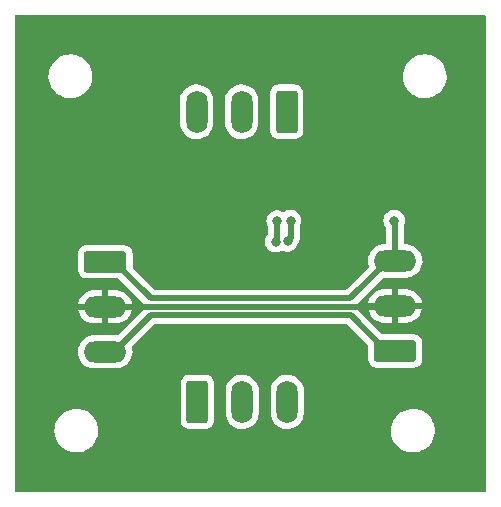
<source format=gbr>
%TF.GenerationSoftware,KiCad,Pcbnew,7.0.7*%
%TF.CreationDate,2023-09-11T13:21:53+02:00*%
%TF.ProjectId,MarklinBlock,4d61726b-6c69-46e4-926c-6f636b2e6b69,rev?*%
%TF.SameCoordinates,Original*%
%TF.FileFunction,Copper,L2,Bot*%
%TF.FilePolarity,Positive*%
%FSLAX46Y46*%
G04 Gerber Fmt 4.6, Leading zero omitted, Abs format (unit mm)*
G04 Created by KiCad (PCBNEW 7.0.7) date 2023-09-11 13:21:53*
%MOMM*%
%LPD*%
G01*
G04 APERTURE LIST*
G04 Aperture macros list*
%AMRoundRect*
0 Rectangle with rounded corners*
0 $1 Rounding radius*
0 $2 $3 $4 $5 $6 $7 $8 $9 X,Y pos of 4 corners*
0 Add a 4 corners polygon primitive as box body*
4,1,4,$2,$3,$4,$5,$6,$7,$8,$9,$2,$3,0*
0 Add four circle primitives for the rounded corners*
1,1,$1+$1,$2,$3*
1,1,$1+$1,$4,$5*
1,1,$1+$1,$6,$7*
1,1,$1+$1,$8,$9*
0 Add four rect primitives between the rounded corners*
20,1,$1+$1,$2,$3,$4,$5,0*
20,1,$1+$1,$4,$5,$6,$7,0*
20,1,$1+$1,$6,$7,$8,$9,0*
20,1,$1+$1,$8,$9,$2,$3,0*%
G04 Aperture macros list end*
%TA.AperFunction,ComponentPad*%
%ADD10RoundRect,0.250000X-1.550000X0.650000X-1.550000X-0.650000X1.550000X-0.650000X1.550000X0.650000X0*%
%TD*%
%TA.AperFunction,ComponentPad*%
%ADD11O,3.600000X1.800000*%
%TD*%
%TA.AperFunction,ComponentPad*%
%ADD12RoundRect,0.250000X1.550000X-0.650000X1.550000X0.650000X-1.550000X0.650000X-1.550000X-0.650000X0*%
%TD*%
%TA.AperFunction,ComponentPad*%
%ADD13RoundRect,0.250000X0.650000X1.550000X-0.650000X1.550000X-0.650000X-1.550000X0.650000X-1.550000X0*%
%TD*%
%TA.AperFunction,ComponentPad*%
%ADD14O,1.800000X3.600000*%
%TD*%
%TA.AperFunction,ComponentPad*%
%ADD15RoundRect,0.250000X-0.650000X-1.550000X0.650000X-1.550000X0.650000X1.550000X-0.650000X1.550000X0*%
%TD*%
%TA.AperFunction,ViaPad*%
%ADD16C,0.800000*%
%TD*%
%TA.AperFunction,Conductor*%
%ADD17C,0.500000*%
%TD*%
G04 APERTURE END LIST*
D10*
%TO.P,J4,1,Pin_1*%
%TO.N,/B*%
X128455000Y-136707000D03*
D11*
%TO.P,J4,2,Pin_2*%
%TO.N,/O*%
X128455000Y-140517000D03*
%TO.P,J4,3,Pin_3*%
%TO.N,/L*%
X128455000Y-144327000D03*
%TD*%
D12*
%TO.P,J3,1,Pin_1*%
%TO.N,/L*%
X153000000Y-144255000D03*
D11*
%TO.P,J3,2,Pin_2*%
%TO.N,/O*%
X153000000Y-140445000D03*
%TO.P,J3,3,Pin_3*%
%TO.N,/B*%
X153000000Y-136635000D03*
%TD*%
D13*
%TO.P,J2,1,Pin_1*%
%TO.N,/buffer*%
X143810000Y-124000000D03*
D14*
%TO.P,J2,2,Pin_2*%
%TO.N,/break*%
X140000000Y-124000000D03*
%TO.P,J2,3,Pin_3*%
%TO.N,/contact*%
X136190000Y-124000000D03*
%TD*%
D15*
%TO.P,J1,1,Pin_1*%
%TO.N,/green*%
X136245000Y-148567500D03*
D14*
%TO.P,J1,2,Pin_2*%
%TO.N,/red*%
X140055000Y-148567500D03*
%TO.P,J1,3,Pin_3*%
%TO.N,Net-(D3-+)*%
X143865000Y-148567500D03*
%TD*%
D16*
%TO.N,/B*%
X152908000Y-133223000D03*
%TO.N,/break*%
X142875000Y-135001000D03*
X143002000Y-133250500D03*
%TO.N,Net-(C1-Pad2)*%
X143891000Y-134949500D03*
X144145000Y-133223000D03*
%TD*%
D17*
%TO.N,/B*%
X153000000Y-133315000D02*
X152908000Y-133223000D01*
X153000000Y-136635000D02*
X153000000Y-133315000D01*
%TO.N,/break*%
X143002000Y-135001000D02*
X143002000Y-133250500D01*
%TO.N,Net-(C1-Pad2)*%
X144145000Y-133223000D02*
X144145000Y-134695500D01*
X144145000Y-134695500D02*
X143891000Y-134949500D01*
%TO.N,/L*%
X149217000Y-141217000D02*
X152255000Y-144255000D01*
X132283000Y-141217000D02*
X149217000Y-141217000D01*
X129173000Y-144327000D02*
X132283000Y-141217000D01*
X128455000Y-144327000D02*
X129173000Y-144327000D01*
X152255000Y-144255000D02*
X153000000Y-144255000D01*
%TO.N,/B*%
X152365000Y-136635000D02*
X153000000Y-136635000D01*
X149183000Y-139817000D02*
X152365000Y-136635000D01*
X129207000Y-136707000D02*
X132317000Y-139817000D01*
X128455000Y-136707000D02*
X129207000Y-136707000D01*
X132317000Y-139817000D02*
X149183000Y-139817000D01*
%TO.N,/O*%
X128455000Y-140517000D02*
X152483000Y-140517000D01*
%TD*%
%TA.AperFunction,Conductor*%
%TO.N,/O*%
G36*
X160641621Y-115820502D02*
G01*
X160688114Y-115874158D01*
X160699500Y-115926500D01*
X160699500Y-156073500D01*
X160679498Y-156141621D01*
X160625842Y-156188114D01*
X160573500Y-156199500D01*
X120926500Y-156199500D01*
X120858379Y-156179498D01*
X120811886Y-156125842D01*
X120800500Y-156073500D01*
X120800500Y-151067765D01*
X124145788Y-151067765D01*
X124175412Y-151337014D01*
X124243928Y-151599090D01*
X124349869Y-151848389D01*
X124349870Y-151848390D01*
X124490982Y-152079610D01*
X124664255Y-152287820D01*
X124865998Y-152468582D01*
X125091910Y-152618044D01*
X125337176Y-152733020D01*
X125596569Y-152811060D01*
X125596572Y-152811060D01*
X125596574Y-152811061D01*
X125864557Y-152850500D01*
X125864561Y-152850500D01*
X126067633Y-152850500D01*
X126102363Y-152847957D01*
X126270156Y-152835677D01*
X126270160Y-152835676D01*
X126270161Y-152835676D01*
X126380665Y-152811060D01*
X126534553Y-152776780D01*
X126787558Y-152680014D01*
X127023777Y-152547441D01*
X127238177Y-152381888D01*
X127426186Y-152186881D01*
X127583799Y-151966579D01*
X127707656Y-151725675D01*
X127795118Y-151469305D01*
X127844319Y-151202933D01*
X127849259Y-151067765D01*
X152645788Y-151067765D01*
X152675412Y-151337014D01*
X152743928Y-151599090D01*
X152849869Y-151848389D01*
X152849870Y-151848390D01*
X152990982Y-152079610D01*
X153164255Y-152287820D01*
X153365998Y-152468582D01*
X153591910Y-152618044D01*
X153837176Y-152733020D01*
X154096569Y-152811060D01*
X154096572Y-152811060D01*
X154096574Y-152811061D01*
X154364557Y-152850500D01*
X154364561Y-152850500D01*
X154567633Y-152850500D01*
X154602363Y-152847957D01*
X154770156Y-152835677D01*
X154770160Y-152835676D01*
X154770161Y-152835676D01*
X154880665Y-152811060D01*
X155034553Y-152776780D01*
X155287558Y-152680014D01*
X155523777Y-152547441D01*
X155738177Y-152381888D01*
X155926186Y-152186881D01*
X156083799Y-151966579D01*
X156207656Y-151725675D01*
X156295118Y-151469305D01*
X156344319Y-151202933D01*
X156354212Y-150932235D01*
X156331931Y-150729733D01*
X156324587Y-150662985D01*
X156267760Y-150445619D01*
X156256072Y-150400912D01*
X156236796Y-150355553D01*
X156150130Y-150151610D01*
X156087972Y-150049761D01*
X156009018Y-149920390D01*
X155835745Y-149712180D01*
X155835741Y-149712177D01*
X155835740Y-149712175D01*
X155634012Y-149531427D01*
X155634002Y-149531418D01*
X155408090Y-149381956D01*
X155162824Y-149266980D01*
X155005392Y-149219615D01*
X154903425Y-149188938D01*
X154635442Y-149149500D01*
X154635439Y-149149500D01*
X154432369Y-149149500D01*
X154432367Y-149149500D01*
X154229839Y-149164323D01*
X154229838Y-149164323D01*
X153965456Y-149223217D01*
X153965441Y-149223222D01*
X153712441Y-149319986D01*
X153476229Y-149452555D01*
X153476225Y-149452557D01*
X153261818Y-149618116D01*
X153073815Y-149813117D01*
X153073810Y-149813123D01*
X152916203Y-150033417D01*
X152916196Y-150033427D01*
X152792343Y-150274324D01*
X152792342Y-150274327D01*
X152704883Y-150530689D01*
X152704880Y-150530702D01*
X152655681Y-150797058D01*
X152655680Y-150797069D01*
X152645788Y-151067765D01*
X127849259Y-151067765D01*
X127854212Y-150932235D01*
X127831931Y-150729733D01*
X127824587Y-150662985D01*
X127767760Y-150445619D01*
X127756072Y-150400912D01*
X127736796Y-150355553D01*
X127657114Y-150168044D01*
X134836500Y-150168044D01*
X134847112Y-150271925D01*
X134902885Y-150440238D01*
X134995970Y-150591152D01*
X134995975Y-150591158D01*
X135121341Y-150716524D01*
X135121347Y-150716529D01*
X135121348Y-150716530D01*
X135272262Y-150809615D01*
X135440574Y-150865387D01*
X135544455Y-150876000D01*
X136945544Y-150875999D01*
X137049426Y-150865387D01*
X137217738Y-150809615D01*
X137368652Y-150716530D01*
X137494030Y-150591152D01*
X137587115Y-150440238D01*
X137642887Y-150271926D01*
X137653500Y-150168045D01*
X137653500Y-149527327D01*
X138646500Y-149527327D01*
X138661741Y-149706398D01*
X138661742Y-149706404D01*
X138722153Y-149938417D01*
X138722155Y-149938423D01*
X138722156Y-149938424D01*
X138820914Y-150156902D01*
X138955175Y-150355547D01*
X138955177Y-150355549D01*
X138955180Y-150355553D01*
X139121072Y-150528641D01*
X139121075Y-150528644D01*
X139313843Y-150671215D01*
X139527933Y-150779157D01*
X139757185Y-150849364D01*
X139995005Y-150879818D01*
X140234551Y-150869643D01*
X140468932Y-150819130D01*
X140691404Y-150729733D01*
X140895569Y-150604024D01*
X141075551Y-150445619D01*
X141213863Y-150274324D01*
X141226172Y-150259080D01*
X141226172Y-150259079D01*
X141226175Y-150259076D01*
X141343105Y-150049760D01*
X141422980Y-149823694D01*
X141463500Y-149587381D01*
X141463500Y-149527327D01*
X142456500Y-149527327D01*
X142471741Y-149706398D01*
X142471742Y-149706404D01*
X142532153Y-149938417D01*
X142532155Y-149938423D01*
X142532156Y-149938424D01*
X142630914Y-150156902D01*
X142765175Y-150355547D01*
X142765177Y-150355549D01*
X142765180Y-150355553D01*
X142931072Y-150528641D01*
X142931075Y-150528644D01*
X143123843Y-150671215D01*
X143337933Y-150779157D01*
X143567185Y-150849364D01*
X143805005Y-150879818D01*
X144044551Y-150869643D01*
X144278932Y-150819130D01*
X144501404Y-150729733D01*
X144705569Y-150604024D01*
X144885551Y-150445619D01*
X145023863Y-150274324D01*
X145036172Y-150259080D01*
X145036172Y-150259079D01*
X145036175Y-150259076D01*
X145153105Y-150049760D01*
X145232980Y-149823694D01*
X145273500Y-149587381D01*
X145273500Y-147607673D01*
X145258259Y-147428602D01*
X145240838Y-147361699D01*
X145197846Y-147196582D01*
X145197844Y-147196579D01*
X145197844Y-147196576D01*
X145099086Y-146978098D01*
X144964825Y-146779453D01*
X144964821Y-146779449D01*
X144964819Y-146779446D01*
X144798927Y-146606358D01*
X144798926Y-146606357D01*
X144798925Y-146606356D01*
X144606157Y-146463785D01*
X144606156Y-146463784D01*
X144606154Y-146463783D01*
X144516280Y-146418470D01*
X144392067Y-146355843D01*
X144392060Y-146355840D01*
X144392056Y-146355839D01*
X144162815Y-146285636D01*
X144162815Y-146285635D01*
X143924995Y-146255182D01*
X143924991Y-146255182D01*
X143924983Y-146255181D01*
X143685448Y-146265356D01*
X143451065Y-146315870D01*
X143228594Y-146405268D01*
X143024425Y-146530980D01*
X143024423Y-146530982D01*
X142844453Y-146689376D01*
X142844445Y-146689385D01*
X142693827Y-146875919D01*
X142693823Y-146875926D01*
X142576895Y-147085238D01*
X142576895Y-147085239D01*
X142497021Y-147311300D01*
X142456500Y-147547621D01*
X142456500Y-149527327D01*
X141463500Y-149527327D01*
X141463500Y-147607673D01*
X141448259Y-147428602D01*
X141430838Y-147361699D01*
X141387846Y-147196582D01*
X141387844Y-147196579D01*
X141387844Y-147196576D01*
X141289086Y-146978098D01*
X141154825Y-146779453D01*
X141154821Y-146779449D01*
X141154819Y-146779446D01*
X140988927Y-146606358D01*
X140988926Y-146606357D01*
X140988925Y-146606356D01*
X140796157Y-146463785D01*
X140796156Y-146463784D01*
X140796154Y-146463783D01*
X140706280Y-146418470D01*
X140582067Y-146355843D01*
X140582060Y-146355840D01*
X140582056Y-146355839D01*
X140352815Y-146285636D01*
X140352815Y-146285635D01*
X140114995Y-146255182D01*
X140114991Y-146255182D01*
X140114983Y-146255181D01*
X139875448Y-146265356D01*
X139641065Y-146315870D01*
X139418594Y-146405268D01*
X139214425Y-146530980D01*
X139214423Y-146530982D01*
X139034453Y-146689376D01*
X139034445Y-146689385D01*
X138883827Y-146875919D01*
X138883823Y-146875926D01*
X138766895Y-147085238D01*
X138766895Y-147085239D01*
X138687021Y-147311300D01*
X138646500Y-147547621D01*
X138646500Y-149527327D01*
X137653500Y-149527327D01*
X137653499Y-146966956D01*
X137642887Y-146863074D01*
X137587115Y-146694762D01*
X137494030Y-146543848D01*
X137494029Y-146543847D01*
X137494024Y-146543841D01*
X137368658Y-146418475D01*
X137368652Y-146418470D01*
X137347247Y-146405267D01*
X137217738Y-146325385D01*
X137133581Y-146297499D01*
X137049427Y-146269613D01*
X137049420Y-146269612D01*
X136945553Y-146259000D01*
X135544455Y-146259000D01*
X135440574Y-146269612D01*
X135272261Y-146325385D01*
X135121347Y-146418470D01*
X135121341Y-146418475D01*
X134995975Y-146543841D01*
X134995970Y-146543847D01*
X134902885Y-146694762D01*
X134847113Y-146863072D01*
X134847112Y-146863079D01*
X134836500Y-146966946D01*
X134836500Y-150168044D01*
X127657114Y-150168044D01*
X127650130Y-150151610D01*
X127587972Y-150049761D01*
X127509018Y-149920390D01*
X127335745Y-149712180D01*
X127335741Y-149712177D01*
X127335740Y-149712175D01*
X127134012Y-149531427D01*
X127134002Y-149531418D01*
X126908090Y-149381956D01*
X126662824Y-149266980D01*
X126505392Y-149219615D01*
X126403425Y-149188938D01*
X126135442Y-149149500D01*
X126135439Y-149149500D01*
X125932369Y-149149500D01*
X125932367Y-149149500D01*
X125729839Y-149164323D01*
X125729838Y-149164323D01*
X125465456Y-149223217D01*
X125465441Y-149223222D01*
X125212441Y-149319986D01*
X124976229Y-149452555D01*
X124976225Y-149452557D01*
X124761818Y-149618116D01*
X124573815Y-149813117D01*
X124573810Y-149813123D01*
X124416203Y-150033417D01*
X124416196Y-150033427D01*
X124292343Y-150274324D01*
X124292342Y-150274327D01*
X124204883Y-150530689D01*
X124204880Y-150530702D01*
X124155681Y-150797058D01*
X124155680Y-150797069D01*
X124145788Y-151067765D01*
X120800500Y-151067765D01*
X120800500Y-144267014D01*
X126142681Y-144267014D01*
X126152856Y-144506551D01*
X126203370Y-144740934D01*
X126254621Y-144868476D01*
X126292767Y-144963404D01*
X126418476Y-145167569D01*
X126418479Y-145167572D01*
X126418480Y-145167574D01*
X126418482Y-145167576D01*
X126576876Y-145347546D01*
X126576878Y-145347548D01*
X126576881Y-145347551D01*
X126576885Y-145347554D01*
X126763419Y-145498172D01*
X126763423Y-145498174D01*
X126763424Y-145498175D01*
X126972740Y-145615105D01*
X127198806Y-145694980D01*
X127435119Y-145735500D01*
X127435122Y-145735500D01*
X129414827Y-145735500D01*
X129593898Y-145720259D01*
X129759021Y-145677264D01*
X129825917Y-145659846D01*
X129825917Y-145659845D01*
X129825924Y-145659844D01*
X130044402Y-145561086D01*
X130243047Y-145426825D01*
X130416144Y-145260925D01*
X130558715Y-145068157D01*
X130666657Y-144854067D01*
X130736864Y-144624815D01*
X130767318Y-144386995D01*
X130762221Y-144267005D01*
X130757143Y-144147448D01*
X130731655Y-144029185D01*
X130712754Y-143941484D01*
X130717955Y-143870684D01*
X130746827Y-143825852D01*
X132560278Y-142012402D01*
X132622588Y-141978379D01*
X132649371Y-141975500D01*
X148850629Y-141975500D01*
X148918750Y-141995502D01*
X148939724Y-142012405D01*
X150654595Y-143727276D01*
X150688621Y-143789588D01*
X150691500Y-143816371D01*
X150691500Y-144955544D01*
X150702112Y-145059425D01*
X150757885Y-145227738D01*
X150850970Y-145378652D01*
X150850975Y-145378658D01*
X150976341Y-145504024D01*
X150976347Y-145504029D01*
X150976348Y-145504030D01*
X151127262Y-145597115D01*
X151295574Y-145652887D01*
X151399455Y-145663500D01*
X154600544Y-145663499D01*
X154704426Y-145652887D01*
X154872738Y-145597115D01*
X155023652Y-145504030D01*
X155149030Y-145378652D01*
X155242115Y-145227738D01*
X155297887Y-145059426D01*
X155308500Y-144955545D01*
X155308499Y-143554456D01*
X155297887Y-143450574D01*
X155242115Y-143282262D01*
X155149030Y-143131348D01*
X155149029Y-143131347D01*
X155149024Y-143131341D01*
X155023658Y-143005975D01*
X155023652Y-143005970D01*
X155023652Y-143005969D01*
X154872738Y-142912885D01*
X154778309Y-142881595D01*
X154704427Y-142857113D01*
X154704420Y-142857112D01*
X154600553Y-142846500D01*
X154600545Y-142846500D01*
X151971371Y-142846500D01*
X151903250Y-142826498D01*
X151882276Y-142809595D01*
X149798908Y-140726227D01*
X149786936Y-140712375D01*
X149776979Y-140699000D01*
X149772469Y-140692942D01*
X149767154Y-140688482D01*
X149732024Y-140659003D01*
X149727970Y-140655289D01*
X149722107Y-140649425D01*
X149696103Y-140628863D01*
X149688484Y-140622470D01*
X149664421Y-140602279D01*
X149625096Y-140543171D01*
X149623969Y-140472183D01*
X149661400Y-140411855D01*
X149670153Y-140405122D01*
X149673865Y-140402006D01*
X149673874Y-140402001D01*
X149727163Y-140345517D01*
X149881680Y-140191000D01*
X150713028Y-140191000D01*
X152284587Y-140191000D01*
X152352708Y-140211002D01*
X152399201Y-140264658D01*
X152409509Y-140333446D01*
X152394823Y-140444998D01*
X152394823Y-140445001D01*
X152409509Y-140556554D01*
X152398570Y-140626703D01*
X152351441Y-140679801D01*
X152284587Y-140699000D01*
X150714413Y-140699000D01*
X150748850Y-140858789D01*
X150838214Y-141081177D01*
X150963882Y-141285274D01*
X151122223Y-141465186D01*
X151308704Y-141615758D01*
X151517947Y-141732649D01*
X151743924Y-141812493D01*
X151980166Y-141853000D01*
X152746000Y-141853000D01*
X152746000Y-141160412D01*
X152766002Y-141092291D01*
X152819658Y-141045798D01*
X152888444Y-141035490D01*
X152960677Y-141045000D01*
X152960684Y-141045000D01*
X153039316Y-141045000D01*
X153039323Y-141045000D01*
X153111555Y-141035490D01*
X153181702Y-141046429D01*
X153234801Y-141093557D01*
X153254000Y-141160412D01*
X153254000Y-141853000D01*
X153959815Y-141853000D01*
X154138809Y-141837765D01*
X154138822Y-141837763D01*
X154370750Y-141777374D01*
X154589155Y-141678648D01*
X154589157Y-141678647D01*
X154787730Y-141544435D01*
X154787731Y-141544434D01*
X154960770Y-141378591D01*
X155103287Y-141185894D01*
X155211193Y-140971876D01*
X155211195Y-140971870D01*
X155281374Y-140742709D01*
X155286972Y-140699000D01*
X153715413Y-140699000D01*
X153647292Y-140678998D01*
X153600799Y-140625342D01*
X153590491Y-140556554D01*
X153605177Y-140445001D01*
X153605177Y-140444998D01*
X153590491Y-140333446D01*
X153601430Y-140263297D01*
X153648559Y-140210199D01*
X153715413Y-140191000D01*
X155285587Y-140191000D01*
X155251149Y-140031210D01*
X155161785Y-139808822D01*
X155036117Y-139604725D01*
X154877776Y-139424813D01*
X154691295Y-139274241D01*
X154482052Y-139157350D01*
X154256075Y-139077506D01*
X154019834Y-139037000D01*
X153254000Y-139037000D01*
X153254000Y-139729587D01*
X153233998Y-139797708D01*
X153180342Y-139844201D01*
X153111555Y-139854509D01*
X153039327Y-139845000D01*
X153039323Y-139845000D01*
X152960677Y-139845000D01*
X152960672Y-139845000D01*
X152888445Y-139854509D01*
X152818296Y-139843569D01*
X152765198Y-139796441D01*
X152746000Y-139729587D01*
X152746000Y-139037000D01*
X152040185Y-139037000D01*
X151861190Y-139052234D01*
X151861177Y-139052236D01*
X151629249Y-139112625D01*
X151410844Y-139211351D01*
X151410842Y-139211352D01*
X151212269Y-139345564D01*
X151212268Y-139345565D01*
X151039229Y-139511408D01*
X150896712Y-139704105D01*
X150788806Y-139918123D01*
X150788804Y-139918129D01*
X150718625Y-140147290D01*
X150713028Y-140191000D01*
X149881680Y-140191000D01*
X150843330Y-139229350D01*
X151992276Y-138080405D01*
X152054588Y-138046379D01*
X152081371Y-138043500D01*
X153959827Y-138043500D01*
X154138898Y-138028259D01*
X154304021Y-137985264D01*
X154370917Y-137967846D01*
X154370917Y-137967845D01*
X154370924Y-137967844D01*
X154589402Y-137869086D01*
X154788047Y-137734825D01*
X154961144Y-137568925D01*
X155103715Y-137376157D01*
X155211657Y-137162067D01*
X155281864Y-136932815D01*
X155312318Y-136694995D01*
X155307221Y-136575005D01*
X155302143Y-136455448D01*
X155251629Y-136221065D01*
X155206168Y-136107932D01*
X155162233Y-135998596D01*
X155036524Y-135794431D01*
X155019117Y-135774653D01*
X154878123Y-135614453D01*
X154878114Y-135614445D01*
X154691580Y-135463827D01*
X154691573Y-135463823D01*
X154482260Y-135346895D01*
X154256199Y-135267021D01*
X154256194Y-135267020D01*
X154019881Y-135226500D01*
X154019878Y-135226500D01*
X153884500Y-135226500D01*
X153816379Y-135206498D01*
X153769886Y-135152842D01*
X153758500Y-135100500D01*
X153758500Y-133565353D01*
X153764667Y-133526416D01*
X153801542Y-133412928D01*
X153821504Y-133223000D01*
X153801542Y-133033072D01*
X153742527Y-132851444D01*
X153647040Y-132686056D01*
X153647038Y-132686054D01*
X153647034Y-132686048D01*
X153519255Y-132544135D01*
X153364752Y-132431882D01*
X153190288Y-132354206D01*
X153003487Y-132314500D01*
X152812513Y-132314500D01*
X152625711Y-132354206D01*
X152451247Y-132431882D01*
X152296744Y-132544135D01*
X152168965Y-132686048D01*
X152168958Y-132686058D01*
X152073476Y-132851438D01*
X152073473Y-132851445D01*
X152014457Y-133033072D01*
X151994496Y-133223000D01*
X152014457Y-133412927D01*
X152023393Y-133440427D01*
X152073473Y-133594556D01*
X152073476Y-133594561D01*
X152168958Y-133759942D01*
X152168960Y-133759944D01*
X152209136Y-133804563D01*
X152239853Y-133868570D01*
X152241500Y-133888874D01*
X152241500Y-135100500D01*
X152221498Y-135168621D01*
X152167842Y-135215114D01*
X152115500Y-135226500D01*
X152040173Y-135226500D01*
X151861101Y-135241741D01*
X151861095Y-135241742D01*
X151629082Y-135302153D01*
X151410603Y-135400911D01*
X151410597Y-135400914D01*
X151211954Y-135535174D01*
X151211946Y-135535180D01*
X151038858Y-135701071D01*
X151038858Y-135701072D01*
X150896283Y-135893845D01*
X150824323Y-136036569D01*
X150788343Y-136107933D01*
X150788341Y-136107936D01*
X150788339Y-136107943D01*
X150718136Y-136337184D01*
X150687681Y-136575014D01*
X150697856Y-136814551D01*
X150748370Y-137048934D01*
X150754607Y-137064453D01*
X150761447Y-137135119D01*
X150728996Y-137198266D01*
X150726789Y-137200529D01*
X148905722Y-139021596D01*
X148843412Y-139055620D01*
X148816629Y-139058500D01*
X132683371Y-139058500D01*
X132615250Y-139038498D01*
X132594276Y-139021595D01*
X130800404Y-137227723D01*
X130766378Y-137165411D01*
X130763499Y-137138628D01*
X130763499Y-136006455D01*
X130752887Y-135902574D01*
X130724960Y-135818294D01*
X130697115Y-135734262D01*
X130604030Y-135583348D01*
X130604029Y-135583347D01*
X130604024Y-135583341D01*
X130478658Y-135457975D01*
X130478652Y-135457970D01*
X130327738Y-135364885D01*
X130243581Y-135336998D01*
X130159427Y-135309113D01*
X130159420Y-135309112D01*
X130055553Y-135298500D01*
X126854455Y-135298500D01*
X126750574Y-135309112D01*
X126582261Y-135364885D01*
X126431347Y-135457970D01*
X126431341Y-135457975D01*
X126305975Y-135583341D01*
X126305970Y-135583347D01*
X126212885Y-135734262D01*
X126157113Y-135902572D01*
X126157112Y-135902579D01*
X126146500Y-136006446D01*
X126146500Y-137407544D01*
X126157112Y-137511425D01*
X126212885Y-137679738D01*
X126305970Y-137830652D01*
X126305975Y-137830658D01*
X126431341Y-137956024D01*
X126431347Y-137956029D01*
X126431348Y-137956030D01*
X126582262Y-138049115D01*
X126750574Y-138104887D01*
X126854455Y-138115500D01*
X129490628Y-138115499D01*
X129558749Y-138135501D01*
X129579723Y-138152404D01*
X131735092Y-140307773D01*
X131747065Y-140321627D01*
X131761530Y-140341057D01*
X131801975Y-140374994D01*
X131806021Y-140378702D01*
X131811899Y-140384580D01*
X131835447Y-140403200D01*
X131876475Y-140461141D01*
X131879665Y-140532065D01*
X131844004Y-140593456D01*
X131823450Y-140609272D01*
X131809346Y-140617972D01*
X131803592Y-140622522D01*
X131803551Y-140622470D01*
X131797704Y-140627233D01*
X131797746Y-140627283D01*
X131792128Y-140631996D01*
X131738836Y-140688482D01*
X129545723Y-142881595D01*
X129483411Y-142915620D01*
X129456628Y-142918500D01*
X127495173Y-142918500D01*
X127316101Y-142933741D01*
X127316095Y-142933742D01*
X127084082Y-142994153D01*
X126865603Y-143092911D01*
X126865597Y-143092914D01*
X126666954Y-143227174D01*
X126666946Y-143227180D01*
X126493858Y-143393071D01*
X126493858Y-143393072D01*
X126351283Y-143585845D01*
X126279976Y-143727276D01*
X126243343Y-143799933D01*
X126243341Y-143799936D01*
X126243339Y-143799943D01*
X126173136Y-144029184D01*
X126142681Y-144267014D01*
X120800500Y-144267014D01*
X120800500Y-140263000D01*
X126168028Y-140263000D01*
X127739587Y-140263000D01*
X127807708Y-140283002D01*
X127854201Y-140336658D01*
X127864509Y-140405446D01*
X127849823Y-140516998D01*
X127849823Y-140517001D01*
X127864509Y-140628554D01*
X127853570Y-140698703D01*
X127806441Y-140751801D01*
X127739587Y-140771000D01*
X126169413Y-140771000D01*
X126203850Y-140930789D01*
X126293214Y-141153177D01*
X126418882Y-141357274D01*
X126577223Y-141537186D01*
X126763704Y-141687758D01*
X126972947Y-141804649D01*
X127198924Y-141884493D01*
X127435166Y-141925000D01*
X128201000Y-141925000D01*
X128200999Y-141232412D01*
X128221001Y-141164291D01*
X128274657Y-141117798D01*
X128343444Y-141107490D01*
X128415677Y-141117000D01*
X128415684Y-141117000D01*
X128494316Y-141117000D01*
X128494323Y-141117000D01*
X128566555Y-141107490D01*
X128636702Y-141118429D01*
X128689801Y-141165557D01*
X128709000Y-141232412D01*
X128709000Y-141925000D01*
X129414815Y-141925000D01*
X129593809Y-141909765D01*
X129593822Y-141909763D01*
X129825750Y-141849374D01*
X130044155Y-141750648D01*
X130044157Y-141750647D01*
X130242730Y-141616435D01*
X130242731Y-141616434D01*
X130415770Y-141450591D01*
X130558287Y-141257894D01*
X130666193Y-141043876D01*
X130666195Y-141043870D01*
X130736374Y-140814709D01*
X130741972Y-140771000D01*
X129170413Y-140771000D01*
X129102292Y-140750998D01*
X129055799Y-140697342D01*
X129045491Y-140628554D01*
X129060177Y-140517001D01*
X129060177Y-140516998D01*
X129045491Y-140405446D01*
X129056430Y-140335297D01*
X129103559Y-140282199D01*
X129170413Y-140263000D01*
X130740587Y-140263000D01*
X130706149Y-140103210D01*
X130616785Y-139880822D01*
X130491117Y-139676725D01*
X130332776Y-139496813D01*
X130146295Y-139346241D01*
X129937052Y-139229350D01*
X129711075Y-139149506D01*
X129474834Y-139109000D01*
X128709000Y-139109000D01*
X128709000Y-139801587D01*
X128688998Y-139869708D01*
X128635342Y-139916201D01*
X128566555Y-139926509D01*
X128494327Y-139917000D01*
X128494323Y-139917000D01*
X128415677Y-139917000D01*
X128415672Y-139917000D01*
X128343444Y-139926509D01*
X128273295Y-139915569D01*
X128220197Y-139868440D01*
X128200999Y-139801587D01*
X128201000Y-139109000D01*
X127495185Y-139109000D01*
X127316190Y-139124234D01*
X127316177Y-139124236D01*
X127084249Y-139184625D01*
X126865844Y-139283351D01*
X126865842Y-139283352D01*
X126667269Y-139417564D01*
X126667268Y-139417565D01*
X126494229Y-139583408D01*
X126351712Y-139776105D01*
X126243806Y-139990123D01*
X126243804Y-139990129D01*
X126173625Y-140219290D01*
X126168028Y-140263000D01*
X120800500Y-140263000D01*
X120800500Y-135000999D01*
X141961496Y-135000999D01*
X141981457Y-135190927D01*
X142006182Y-135267020D01*
X142040473Y-135372556D01*
X142040476Y-135372561D01*
X142135958Y-135537941D01*
X142135965Y-135537951D01*
X142263744Y-135679864D01*
X142324999Y-135724368D01*
X142418248Y-135792118D01*
X142592712Y-135869794D01*
X142779513Y-135909500D01*
X142970487Y-135909500D01*
X143157288Y-135869794D01*
X143331752Y-135792118D01*
X143355790Y-135774652D01*
X143422656Y-135750792D01*
X143481102Y-135761478D01*
X143608712Y-135818294D01*
X143795513Y-135858000D01*
X143986487Y-135858000D01*
X144173288Y-135818294D01*
X144347752Y-135740618D01*
X144502253Y-135628366D01*
X144502255Y-135628364D01*
X144630034Y-135486451D01*
X144630035Y-135486449D01*
X144630040Y-135486444D01*
X144725527Y-135321056D01*
X144784542Y-135139428D01*
X144785141Y-135133725D01*
X144796254Y-135093644D01*
X144827773Y-135026052D01*
X144862609Y-134956688D01*
X144862610Y-134956681D01*
X144865119Y-134949791D01*
X144865183Y-134949814D01*
X144867658Y-134942693D01*
X144867593Y-134942672D01*
X144869898Y-134935713D01*
X144869902Y-134935706D01*
X144885599Y-134859681D01*
X144903500Y-134784156D01*
X144904352Y-134776868D01*
X144904418Y-134776875D01*
X144905184Y-134769377D01*
X144905118Y-134769372D01*
X144905756Y-134762065D01*
X144905758Y-134762058D01*
X144903500Y-134684454D01*
X144903500Y-133759998D01*
X144920380Y-133697000D01*
X144979527Y-133594556D01*
X145038542Y-133412928D01*
X145058504Y-133223000D01*
X145038542Y-133033072D01*
X144979527Y-132851444D01*
X144884040Y-132686056D01*
X144884038Y-132686054D01*
X144884034Y-132686048D01*
X144756255Y-132544135D01*
X144601752Y-132431882D01*
X144427288Y-132354206D01*
X144240487Y-132314500D01*
X144049513Y-132314500D01*
X143862711Y-132354206D01*
X143688246Y-132431882D01*
X143628634Y-132475193D01*
X143561766Y-132499051D01*
X143492614Y-132482969D01*
X143480514Y-132475193D01*
X143458752Y-132459382D01*
X143284288Y-132381706D01*
X143097487Y-132342000D01*
X142906513Y-132342000D01*
X142719711Y-132381706D01*
X142545247Y-132459382D01*
X142390744Y-132571635D01*
X142262965Y-132713548D01*
X142262958Y-132713558D01*
X142167476Y-132878938D01*
X142167473Y-132878945D01*
X142108457Y-133060572D01*
X142088496Y-133250499D01*
X142108457Y-133440427D01*
X142136397Y-133526416D01*
X142167473Y-133622056D01*
X142226619Y-133724500D01*
X142243500Y-133787499D01*
X142243500Y-134296253D01*
X142223498Y-134364374D01*
X142211137Y-134380563D01*
X142135957Y-134464059D01*
X142040476Y-134629438D01*
X142040473Y-134629445D01*
X141981457Y-134811072D01*
X141961496Y-135000999D01*
X120800500Y-135000999D01*
X120800500Y-124959827D01*
X134781500Y-124959827D01*
X134796741Y-125138898D01*
X134796742Y-125138904D01*
X134857153Y-125370917D01*
X134857155Y-125370923D01*
X134857156Y-125370924D01*
X134955914Y-125589402D01*
X135090175Y-125788047D01*
X135090177Y-125788049D01*
X135090180Y-125788053D01*
X135256072Y-125961141D01*
X135256075Y-125961144D01*
X135448843Y-126103715D01*
X135662933Y-126211657D01*
X135892185Y-126281864D01*
X136130005Y-126312318D01*
X136369551Y-126302143D01*
X136603932Y-126251630D01*
X136826404Y-126162233D01*
X137030569Y-126036524D01*
X137210551Y-125878119D01*
X137333855Y-125725410D01*
X137361172Y-125691580D01*
X137361172Y-125691579D01*
X137361175Y-125691576D01*
X137478105Y-125482260D01*
X137557980Y-125256194D01*
X137598500Y-125019881D01*
X137598500Y-124959827D01*
X138591500Y-124959827D01*
X138606741Y-125138898D01*
X138606742Y-125138904D01*
X138667153Y-125370917D01*
X138667155Y-125370923D01*
X138667156Y-125370924D01*
X138765914Y-125589402D01*
X138900175Y-125788047D01*
X138900177Y-125788049D01*
X138900180Y-125788053D01*
X139066072Y-125961141D01*
X139066075Y-125961144D01*
X139258843Y-126103715D01*
X139472933Y-126211657D01*
X139702185Y-126281864D01*
X139940005Y-126312318D01*
X140179551Y-126302143D01*
X140413932Y-126251630D01*
X140636404Y-126162233D01*
X140840569Y-126036524D01*
X141020551Y-125878119D01*
X141143855Y-125725410D01*
X141171172Y-125691580D01*
X141171172Y-125691579D01*
X141171175Y-125691576D01*
X141222028Y-125600544D01*
X142401500Y-125600544D01*
X142412112Y-125704425D01*
X142467885Y-125872738D01*
X142560970Y-126023652D01*
X142560975Y-126023658D01*
X142686341Y-126149024D01*
X142686347Y-126149029D01*
X142686348Y-126149030D01*
X142837262Y-126242115D01*
X143005574Y-126297887D01*
X143109455Y-126308500D01*
X144510544Y-126308499D01*
X144614426Y-126297887D01*
X144782738Y-126242115D01*
X144933652Y-126149030D01*
X145059030Y-126023652D01*
X145152115Y-125872738D01*
X145207887Y-125704426D01*
X145218500Y-125600545D01*
X145218499Y-122399456D01*
X145207887Y-122295574D01*
X145152115Y-122127262D01*
X145059030Y-121976348D01*
X145059029Y-121976347D01*
X145059024Y-121976341D01*
X144933658Y-121850975D01*
X144933652Y-121850970D01*
X144912247Y-121837767D01*
X144782738Y-121757885D01*
X144685524Y-121725672D01*
X144614427Y-121702113D01*
X144614420Y-121702112D01*
X144510553Y-121691500D01*
X143109455Y-121691500D01*
X143005574Y-121702112D01*
X142837261Y-121757885D01*
X142686347Y-121850970D01*
X142686341Y-121850975D01*
X142560975Y-121976341D01*
X142560970Y-121976347D01*
X142467885Y-122127262D01*
X142412113Y-122295572D01*
X142412112Y-122295579D01*
X142401500Y-122399446D01*
X142401500Y-125600544D01*
X141222028Y-125600544D01*
X141288105Y-125482260D01*
X141367980Y-125256194D01*
X141408500Y-125019881D01*
X141408500Y-123040173D01*
X141393259Y-122861102D01*
X141371302Y-122776777D01*
X141332846Y-122629082D01*
X141332844Y-122629079D01*
X141332844Y-122629076D01*
X141234086Y-122410598D01*
X141099825Y-122211953D01*
X141099821Y-122211949D01*
X141099819Y-122211946D01*
X140933927Y-122038858D01*
X140933926Y-122038857D01*
X140933925Y-122038856D01*
X140741157Y-121896285D01*
X140741156Y-121896284D01*
X140741154Y-121896283D01*
X140646161Y-121848389D01*
X140527067Y-121788343D01*
X140527060Y-121788340D01*
X140527056Y-121788339D01*
X140297815Y-121718136D01*
X140297814Y-121718135D01*
X140059995Y-121687682D01*
X140059991Y-121687682D01*
X140059983Y-121687681D01*
X139820448Y-121697856D01*
X139586065Y-121748370D01*
X139363594Y-121837768D01*
X139159425Y-121963480D01*
X139159423Y-121963482D01*
X138979453Y-122121876D01*
X138979445Y-122121885D01*
X138828827Y-122308419D01*
X138828823Y-122308426D01*
X138711895Y-122517738D01*
X138711895Y-122517739D01*
X138632021Y-122743800D01*
X138632019Y-122743806D01*
X138632020Y-122743806D01*
X138613726Y-122850500D01*
X138591500Y-122980121D01*
X138591500Y-124959827D01*
X137598500Y-124959827D01*
X137598500Y-123040173D01*
X137583259Y-122861102D01*
X137561302Y-122776777D01*
X137522846Y-122629082D01*
X137522844Y-122629079D01*
X137522844Y-122629076D01*
X137424086Y-122410598D01*
X137289825Y-122211953D01*
X137289821Y-122211949D01*
X137289819Y-122211946D01*
X137123927Y-122038858D01*
X137123926Y-122038857D01*
X137123925Y-122038856D01*
X136931157Y-121896285D01*
X136931156Y-121896284D01*
X136931154Y-121896283D01*
X136836161Y-121848389D01*
X136717067Y-121788343D01*
X136717060Y-121788340D01*
X136717056Y-121788339D01*
X136487815Y-121718136D01*
X136487815Y-121718135D01*
X136249995Y-121687682D01*
X136249991Y-121687682D01*
X136249983Y-121687681D01*
X136010448Y-121697856D01*
X135776065Y-121748370D01*
X135553594Y-121837768D01*
X135349425Y-121963480D01*
X135349423Y-121963482D01*
X135169453Y-122121876D01*
X135169445Y-122121885D01*
X135018827Y-122308419D01*
X135018823Y-122308426D01*
X134901895Y-122517738D01*
X134901895Y-122517739D01*
X134822021Y-122743800D01*
X134822019Y-122743806D01*
X134822020Y-122743806D01*
X134803726Y-122850500D01*
X134781500Y-122980121D01*
X134781500Y-124959827D01*
X120800500Y-124959827D01*
X120800500Y-121067765D01*
X123645788Y-121067765D01*
X123675412Y-121337014D01*
X123743928Y-121599090D01*
X123849869Y-121848389D01*
X123879099Y-121896283D01*
X123990982Y-122079610D01*
X124164255Y-122287820D01*
X124164257Y-122287822D01*
X124164259Y-122287824D01*
X124301283Y-122410597D01*
X124365998Y-122468582D01*
X124591910Y-122618044D01*
X124837176Y-122733020D01*
X125096569Y-122811060D01*
X125096572Y-122811060D01*
X125096574Y-122811061D01*
X125364557Y-122850500D01*
X125364561Y-122850500D01*
X125567633Y-122850500D01*
X125602363Y-122847957D01*
X125770156Y-122835677D01*
X125770160Y-122835676D01*
X125770161Y-122835676D01*
X125880665Y-122811060D01*
X126034553Y-122776780D01*
X126287558Y-122680014D01*
X126523777Y-122547441D01*
X126738177Y-122381888D01*
X126926186Y-122186881D01*
X127083799Y-121966579D01*
X127085392Y-121963482D01*
X127207656Y-121725675D01*
X127207657Y-121725672D01*
X127219315Y-121691500D01*
X127295118Y-121469305D01*
X127344319Y-121202933D01*
X127349259Y-121067765D01*
X153645788Y-121067765D01*
X153675412Y-121337014D01*
X153743928Y-121599090D01*
X153849869Y-121848389D01*
X153879099Y-121896283D01*
X153990982Y-122079610D01*
X154164255Y-122287820D01*
X154164257Y-122287822D01*
X154164259Y-122287824D01*
X154301283Y-122410597D01*
X154365998Y-122468582D01*
X154591910Y-122618044D01*
X154837176Y-122733020D01*
X155096569Y-122811060D01*
X155096572Y-122811060D01*
X155096574Y-122811061D01*
X155364557Y-122850500D01*
X155364561Y-122850500D01*
X155567633Y-122850500D01*
X155602363Y-122847957D01*
X155770156Y-122835677D01*
X155770160Y-122835676D01*
X155770161Y-122835676D01*
X155880665Y-122811060D01*
X156034553Y-122776780D01*
X156287558Y-122680014D01*
X156523777Y-122547441D01*
X156738177Y-122381888D01*
X156926186Y-122186881D01*
X157083799Y-121966579D01*
X157085392Y-121963482D01*
X157207656Y-121725675D01*
X157207657Y-121725672D01*
X157219315Y-121691500D01*
X157295118Y-121469305D01*
X157344319Y-121202933D01*
X157354212Y-120932235D01*
X157339338Y-120797058D01*
X157324587Y-120662985D01*
X157256071Y-120400909D01*
X157150130Y-120151610D01*
X157009018Y-119920390D01*
X156835745Y-119712180D01*
X156835741Y-119712177D01*
X156835740Y-119712175D01*
X156634012Y-119531427D01*
X156634002Y-119531418D01*
X156408090Y-119381956D01*
X156162824Y-119266980D01*
X156005392Y-119219615D01*
X155903425Y-119188938D01*
X155635442Y-119149500D01*
X155635439Y-119149500D01*
X155432369Y-119149500D01*
X155432367Y-119149500D01*
X155229839Y-119164323D01*
X155229838Y-119164323D01*
X154965456Y-119223217D01*
X154965441Y-119223222D01*
X154712441Y-119319986D01*
X154476229Y-119452555D01*
X154476225Y-119452557D01*
X154261818Y-119618116D01*
X154073815Y-119813117D01*
X154073810Y-119813123D01*
X153916203Y-120033417D01*
X153916196Y-120033427D01*
X153792343Y-120274324D01*
X153792342Y-120274327D01*
X153704883Y-120530689D01*
X153704880Y-120530702D01*
X153655681Y-120797058D01*
X153655680Y-120797069D01*
X153645788Y-121067765D01*
X127349259Y-121067765D01*
X127354212Y-120932235D01*
X127339338Y-120797058D01*
X127324587Y-120662985D01*
X127256071Y-120400909D01*
X127150130Y-120151610D01*
X127009018Y-119920390D01*
X126835745Y-119712180D01*
X126835741Y-119712177D01*
X126835740Y-119712175D01*
X126634012Y-119531427D01*
X126634002Y-119531418D01*
X126408090Y-119381956D01*
X126162824Y-119266980D01*
X126005392Y-119219615D01*
X125903425Y-119188938D01*
X125635442Y-119149500D01*
X125635439Y-119149500D01*
X125432369Y-119149500D01*
X125432367Y-119149500D01*
X125229839Y-119164323D01*
X125229838Y-119164323D01*
X124965456Y-119223217D01*
X124965441Y-119223222D01*
X124712441Y-119319986D01*
X124476229Y-119452555D01*
X124476225Y-119452557D01*
X124261818Y-119618116D01*
X124073815Y-119813117D01*
X124073810Y-119813123D01*
X123916203Y-120033417D01*
X123916196Y-120033427D01*
X123792343Y-120274324D01*
X123792342Y-120274327D01*
X123704883Y-120530689D01*
X123704880Y-120530702D01*
X123655681Y-120797058D01*
X123655680Y-120797069D01*
X123645788Y-121067765D01*
X120800500Y-121067765D01*
X120800500Y-115926500D01*
X120820502Y-115858379D01*
X120874158Y-115811886D01*
X120926500Y-115800500D01*
X160573500Y-115800500D01*
X160641621Y-115820502D01*
G37*
%TD.AperFunction*%
%TD*%
M02*

</source>
